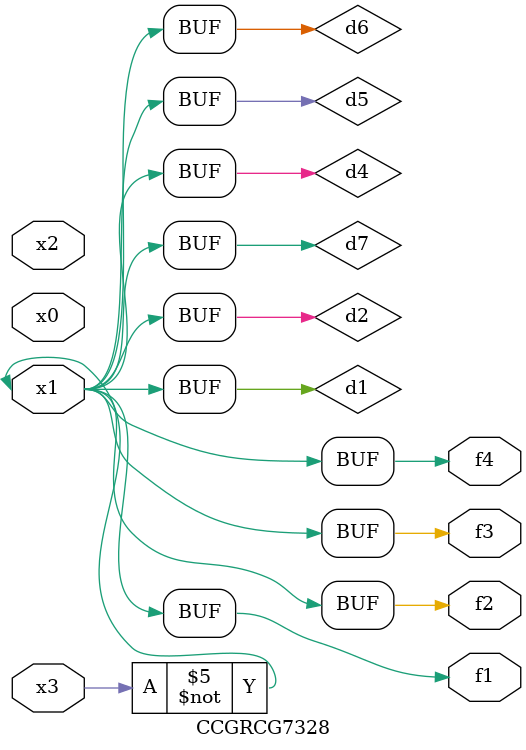
<source format=v>
module CCGRCG7328(
	input x0, x1, x2, x3,
	output f1, f2, f3, f4
);

	wire d1, d2, d3, d4, d5, d6, d7;

	not (d1, x3);
	buf (d2, x1);
	xnor (d3, d1, d2);
	nor (d4, d1);
	buf (d5, d1, d2);
	buf (d6, d4, d5);
	nand (d7, d4);
	assign f1 = d6;
	assign f2 = d7;
	assign f3 = d6;
	assign f4 = d6;
endmodule

</source>
